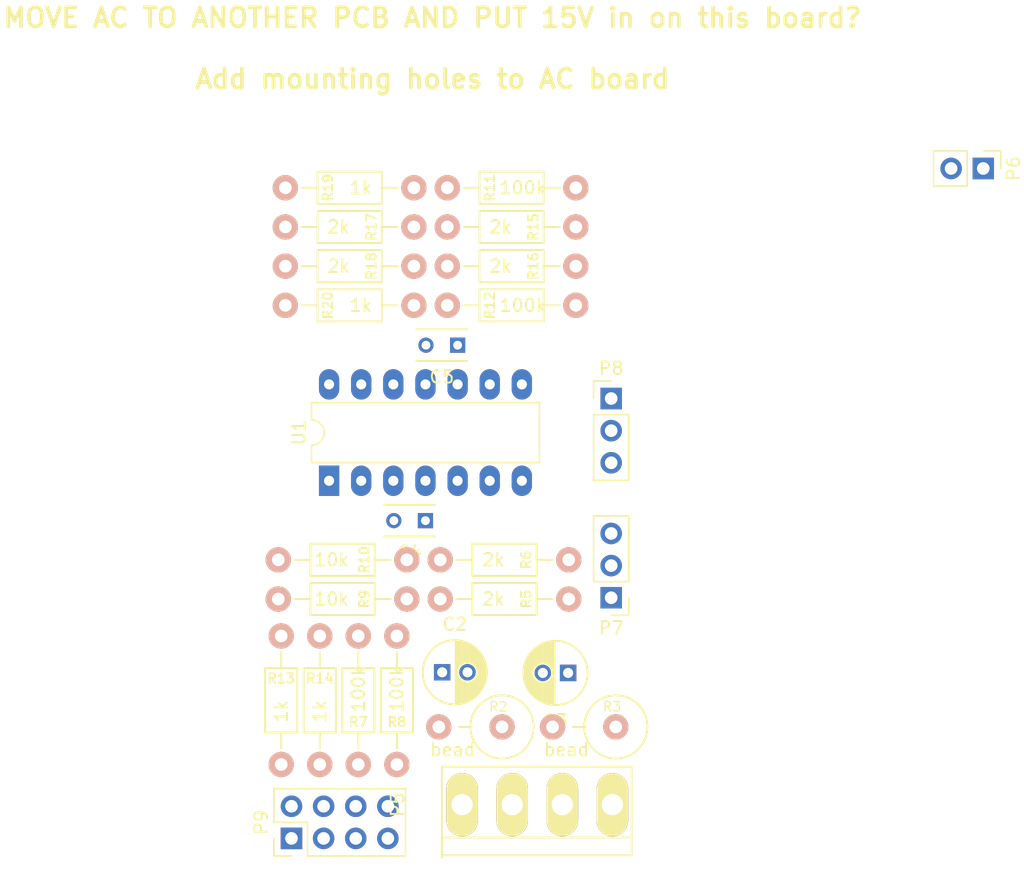
<source format=kicad_pcb>
(kicad_pcb (version 4) (host pcbnew 4.0.5-e0-6337~49~ubuntu16.04.1)

  (general
    (links 55)
    (no_connects 55)
    (area 0 0 0 0)
    (thickness 1.6)
    (drawings 1)
    (tracks 0)
    (zones 0)
    (modules 28)
    (nets 24)
  )

  (page A4)
  (layers
    (0 F.Cu signal)
    (31 B.Cu signal)
    (32 B.Adhes user)
    (33 F.Adhes user)
    (34 B.Paste user)
    (35 F.Paste user)
    (36 B.SilkS user)
    (37 F.SilkS user)
    (38 B.Mask user)
    (39 F.Mask user)
    (40 Dwgs.User user)
    (41 Cmts.User user)
    (42 Eco1.User user)
    (43 Eco2.User user)
    (44 Edge.Cuts user)
    (45 Margin user)
    (46 B.CrtYd user)
    (47 F.CrtYd user)
    (48 B.Fab user)
    (49 F.Fab user)
  )

  (setup
    (last_trace_width 0.25)
    (trace_clearance 0.2)
    (zone_clearance 0.508)
    (zone_45_only no)
    (trace_min 0.2)
    (segment_width 0.2)
    (edge_width 0.15)
    (via_size 0.6)
    (via_drill 0.4)
    (via_min_size 0.4)
    (via_min_drill 0.3)
    (uvia_size 0.3)
    (uvia_drill 0.1)
    (uvias_allowed no)
    (uvia_min_size 0.2)
    (uvia_min_drill 0.1)
    (pcb_text_width 0.3)
    (pcb_text_size 1.5 1.5)
    (mod_edge_width 0.15)
    (mod_text_size 1 1)
    (mod_text_width 0.15)
    (pad_size 3.50012 1.69926)
    (pad_drill 1.00076)
    (pad_to_mask_clearance 0.2)
    (aux_axis_origin 0 0)
    (visible_elements FFFFFF7F)
    (pcbplotparams
      (layerselection 0x00030_80000001)
      (usegerberextensions false)
      (excludeedgelayer true)
      (linewidth 0.100000)
      (plotframeref false)
      (viasonmask false)
      (mode 1)
      (useauxorigin false)
      (hpglpennumber 1)
      (hpglpenspeed 20)
      (hpglpendiameter 15)
      (hpglpenoverlay 2)
      (psnegative false)
      (psa4output false)
      (plotreference true)
      (plotvalue true)
      (plotinvisibletext false)
      (padsonsilk false)
      (subtractmaskfromsilk false)
      (outputformat 1)
      (mirror false)
      (drillshape 1)
      (scaleselection 1)
      (outputdirectory ""))
  )

  (net 0 "")
  (net 1 GND)
  (net 2 "Net-(P5-Pad1)")
  (net 3 "Net-(P5-Pad4)")
  (net 4 belaacout1)
  (net 5 belaacout2)
  (net 6 belaacin1)
  (net 7 belaacin2)
  (net 8 modularacout1)
  (net 9 modularacout2)
  (net 10 modularacin1)
  (net 11 modularacin2)
  (net 12 "Net-(R5-Pad1)")
  (net 13 "Net-(R10-Pad2)")
  (net 14 "Net-(R11-Pad2)")
  (net 15 "Net-(R12-Pad2)")
  (net 16 "Net-(R13-Pad2)")
  (net 17 "Net-(R10-Pad1)")
  (net 18 "Net-(R11-Pad1)")
  (net 19 "Net-(R12-Pad1)")
  (net 20 "Net-(R15-Pad1)")
  (net 21 "Net-(R16-Pad1)")
  (net 22 +15v)
  (net 23 -15v)

  (net_class Default "This is the default net class."
    (clearance 0.2)
    (trace_width 0.25)
    (via_dia 0.6)
    (via_drill 0.4)
    (uvia_dia 0.3)
    (uvia_drill 0.1)
    (add_net +15v)
    (add_net -15v)
    (add_net GND)
    (add_net "Net-(P5-Pad1)")
    (add_net "Net-(P5-Pad4)")
    (add_net "Net-(R10-Pad1)")
    (add_net "Net-(R10-Pad2)")
    (add_net "Net-(R11-Pad1)")
    (add_net "Net-(R11-Pad2)")
    (add_net "Net-(R12-Pad1)")
    (add_net "Net-(R12-Pad2)")
    (add_net "Net-(R13-Pad2)")
    (add_net "Net-(R15-Pad1)")
    (add_net "Net-(R16-Pad1)")
    (add_net "Net-(R5-Pad1)")
    (add_net belaacin1)
    (add_net belaacin2)
    (add_net belaacout1)
    (add_net belaacout2)
    (add_net modularacin1)
    (add_net modularacin2)
    (add_net modularacout1)
    (add_net modularacout2)
  )

  (module Capacitors_ThroughHole:C_Radial_D5_L11_P2 (layer F.Cu) (tedit 0) (tstamp 586C764F)
    (at 52.9336 158.4452)
    (descr "Radial Electrolytic Capacitor 5mm x Length 11mm, Pitch 2mm")
    (tags "Electrolytic Capacitor")
    (path /58726B86)
    (fp_text reference C2 (at 1 -3.8) (layer F.SilkS)
      (effects (font (size 1 1) (thickness 0.15)))
    )
    (fp_text value 10uF (at 1 3.8) (layer F.Fab)
      (effects (font (size 1 1) (thickness 0.15)))
    )
    (fp_line (start 1.075 -2.499) (end 1.075 2.499) (layer F.SilkS) (width 0.15))
    (fp_line (start 1.215 -2.491) (end 1.215 -0.154) (layer F.SilkS) (width 0.15))
    (fp_line (start 1.215 0.154) (end 1.215 2.491) (layer F.SilkS) (width 0.15))
    (fp_line (start 1.355 -2.475) (end 1.355 -0.473) (layer F.SilkS) (width 0.15))
    (fp_line (start 1.355 0.473) (end 1.355 2.475) (layer F.SilkS) (width 0.15))
    (fp_line (start 1.495 -2.451) (end 1.495 -0.62) (layer F.SilkS) (width 0.15))
    (fp_line (start 1.495 0.62) (end 1.495 2.451) (layer F.SilkS) (width 0.15))
    (fp_line (start 1.635 -2.418) (end 1.635 -0.712) (layer F.SilkS) (width 0.15))
    (fp_line (start 1.635 0.712) (end 1.635 2.418) (layer F.SilkS) (width 0.15))
    (fp_line (start 1.775 -2.377) (end 1.775 -0.768) (layer F.SilkS) (width 0.15))
    (fp_line (start 1.775 0.768) (end 1.775 2.377) (layer F.SilkS) (width 0.15))
    (fp_line (start 1.915 -2.327) (end 1.915 -0.795) (layer F.SilkS) (width 0.15))
    (fp_line (start 1.915 0.795) (end 1.915 2.327) (layer F.SilkS) (width 0.15))
    (fp_line (start 2.055 -2.266) (end 2.055 -0.798) (layer F.SilkS) (width 0.15))
    (fp_line (start 2.055 0.798) (end 2.055 2.266) (layer F.SilkS) (width 0.15))
    (fp_line (start 2.195 -2.196) (end 2.195 -0.776) (layer F.SilkS) (width 0.15))
    (fp_line (start 2.195 0.776) (end 2.195 2.196) (layer F.SilkS) (width 0.15))
    (fp_line (start 2.335 -2.114) (end 2.335 -0.726) (layer F.SilkS) (width 0.15))
    (fp_line (start 2.335 0.726) (end 2.335 2.114) (layer F.SilkS) (width 0.15))
    (fp_line (start 2.475 -2.019) (end 2.475 -0.644) (layer F.SilkS) (width 0.15))
    (fp_line (start 2.475 0.644) (end 2.475 2.019) (layer F.SilkS) (width 0.15))
    (fp_line (start 2.615 -1.908) (end 2.615 -0.512) (layer F.SilkS) (width 0.15))
    (fp_line (start 2.615 0.512) (end 2.615 1.908) (layer F.SilkS) (width 0.15))
    (fp_line (start 2.755 -1.78) (end 2.755 -0.265) (layer F.SilkS) (width 0.15))
    (fp_line (start 2.755 0.265) (end 2.755 1.78) (layer F.SilkS) (width 0.15))
    (fp_line (start 2.895 -1.631) (end 2.895 1.631) (layer F.SilkS) (width 0.15))
    (fp_line (start 3.035 -1.452) (end 3.035 1.452) (layer F.SilkS) (width 0.15))
    (fp_line (start 3.175 -1.233) (end 3.175 1.233) (layer F.SilkS) (width 0.15))
    (fp_line (start 3.315 -0.944) (end 3.315 0.944) (layer F.SilkS) (width 0.15))
    (fp_line (start 3.455 -0.472) (end 3.455 0.472) (layer F.SilkS) (width 0.15))
    (fp_circle (center 2 0) (end 2 -0.8) (layer F.SilkS) (width 0.15))
    (fp_circle (center 1 0) (end 1 -2.5375) (layer F.SilkS) (width 0.15))
    (fp_circle (center 1 0) (end 1 -2.8) (layer F.CrtYd) (width 0.05))
    (pad 1 thru_hole rect (at 0 0) (size 1.3 1.3) (drill 0.8) (layers *.Cu *.Mask)
      (net 22 +15v))
    (pad 2 thru_hole circle (at 2 0) (size 1.3 1.3) (drill 0.8) (layers *.Cu *.Mask)
      (net 1 GND))
    (model Capacitors_ThroughHole.3dshapes/C_Radial_D5_L11_P2.wrl
      (at (xyz 0 0 0))
      (scale (xyz 1 1 1))
      (rotate (xyz 0 0 0))
    )
  )

  (module Capacitors_ThroughHole:C_Radial_D5_L11_P2 (layer F.Cu) (tedit 0) (tstamp 586C7655)
    (at 62.8904 158.496 180)
    (descr "Radial Electrolytic Capacitor 5mm x Length 11mm, Pitch 2mm")
    (tags "Electrolytic Capacitor")
    (path /58726B7F)
    (fp_text reference C3 (at 1 -3.8 180) (layer F.SilkS)
      (effects (font (size 1 1) (thickness 0.15)))
    )
    (fp_text value 10uF (at 1 3.8 180) (layer F.Fab)
      (effects (font (size 1 1) (thickness 0.15)))
    )
    (fp_line (start 1.075 -2.499) (end 1.075 2.499) (layer F.SilkS) (width 0.15))
    (fp_line (start 1.215 -2.491) (end 1.215 -0.154) (layer F.SilkS) (width 0.15))
    (fp_line (start 1.215 0.154) (end 1.215 2.491) (layer F.SilkS) (width 0.15))
    (fp_line (start 1.355 -2.475) (end 1.355 -0.473) (layer F.SilkS) (width 0.15))
    (fp_line (start 1.355 0.473) (end 1.355 2.475) (layer F.SilkS) (width 0.15))
    (fp_line (start 1.495 -2.451) (end 1.495 -0.62) (layer F.SilkS) (width 0.15))
    (fp_line (start 1.495 0.62) (end 1.495 2.451) (layer F.SilkS) (width 0.15))
    (fp_line (start 1.635 -2.418) (end 1.635 -0.712) (layer F.SilkS) (width 0.15))
    (fp_line (start 1.635 0.712) (end 1.635 2.418) (layer F.SilkS) (width 0.15))
    (fp_line (start 1.775 -2.377) (end 1.775 -0.768) (layer F.SilkS) (width 0.15))
    (fp_line (start 1.775 0.768) (end 1.775 2.377) (layer F.SilkS) (width 0.15))
    (fp_line (start 1.915 -2.327) (end 1.915 -0.795) (layer F.SilkS) (width 0.15))
    (fp_line (start 1.915 0.795) (end 1.915 2.327) (layer F.SilkS) (width 0.15))
    (fp_line (start 2.055 -2.266) (end 2.055 -0.798) (layer F.SilkS) (width 0.15))
    (fp_line (start 2.055 0.798) (end 2.055 2.266) (layer F.SilkS) (width 0.15))
    (fp_line (start 2.195 -2.196) (end 2.195 -0.776) (layer F.SilkS) (width 0.15))
    (fp_line (start 2.195 0.776) (end 2.195 2.196) (layer F.SilkS) (width 0.15))
    (fp_line (start 2.335 -2.114) (end 2.335 -0.726) (layer F.SilkS) (width 0.15))
    (fp_line (start 2.335 0.726) (end 2.335 2.114) (layer F.SilkS) (width 0.15))
    (fp_line (start 2.475 -2.019) (end 2.475 -0.644) (layer F.SilkS) (width 0.15))
    (fp_line (start 2.475 0.644) (end 2.475 2.019) (layer F.SilkS) (width 0.15))
    (fp_line (start 2.615 -1.908) (end 2.615 -0.512) (layer F.SilkS) (width 0.15))
    (fp_line (start 2.615 0.512) (end 2.615 1.908) (layer F.SilkS) (width 0.15))
    (fp_line (start 2.755 -1.78) (end 2.755 -0.265) (layer F.SilkS) (width 0.15))
    (fp_line (start 2.755 0.265) (end 2.755 1.78) (layer F.SilkS) (width 0.15))
    (fp_line (start 2.895 -1.631) (end 2.895 1.631) (layer F.SilkS) (width 0.15))
    (fp_line (start 3.035 -1.452) (end 3.035 1.452) (layer F.SilkS) (width 0.15))
    (fp_line (start 3.175 -1.233) (end 3.175 1.233) (layer F.SilkS) (width 0.15))
    (fp_line (start 3.315 -0.944) (end 3.315 0.944) (layer F.SilkS) (width 0.15))
    (fp_line (start 3.455 -0.472) (end 3.455 0.472) (layer F.SilkS) (width 0.15))
    (fp_circle (center 2 0) (end 2 -0.8) (layer F.SilkS) (width 0.15))
    (fp_circle (center 1 0) (end 1 -2.5375) (layer F.SilkS) (width 0.15))
    (fp_circle (center 1 0) (end 1 -2.8) (layer F.CrtYd) (width 0.05))
    (pad 1 thru_hole rect (at 0 0 180) (size 1.3 1.3) (drill 0.8) (layers *.Cu *.Mask)
      (net 23 -15v))
    (pad 2 thru_hole circle (at 2 0 180) (size 1.3 1.3) (drill 0.8) (layers *.Cu *.Mask)
      (net 1 GND))
    (model Capacitors_ThroughHole.3dshapes/C_Radial_D5_L11_P2.wrl
      (at (xyz 0 0 0))
      (scale (xyz 1 1 1))
      (rotate (xyz 0 0 0))
    )
  )

  (module Capacitors_ThroughHole:C_Rect_L4_W2.5_P2.5 (layer F.Cu) (tedit 0) (tstamp 586C765B)
    (at 51.6128 146.4564 180)
    (descr "Film Capacitor Length 4mm x Width 2.5mm, Pitch 2.5mm")
    (tags Capacitor)
    (path /5871BD68)
    (fp_text reference C4 (at 1.25 -2.5 180) (layer F.SilkS)
      (effects (font (size 1 1) (thickness 0.15)))
    )
    (fp_text value 10n (at 1.25 2.5 180) (layer F.Fab)
      (effects (font (size 1 1) (thickness 0.15)))
    )
    (fp_line (start -1 -1.5) (end 3.5 -1.5) (layer F.CrtYd) (width 0.05))
    (fp_line (start 3.5 -1.5) (end 3.5 1.5) (layer F.CrtYd) (width 0.05))
    (fp_line (start 3.5 1.5) (end -1 1.5) (layer F.CrtYd) (width 0.05))
    (fp_line (start -1 1.5) (end -1 -1.5) (layer F.CrtYd) (width 0.05))
    (fp_line (start -0.75 -1.25) (end 3.25 -1.25) (layer F.SilkS) (width 0.15))
    (fp_line (start -0.75 1.25) (end 3.25 1.25) (layer F.SilkS) (width 0.15))
    (pad 1 thru_hole rect (at 0 0 180) (size 1.2 1.2) (drill 0.7) (layers *.Cu *.Mask)
      (net 22 +15v))
    (pad 2 thru_hole circle (at 2.5 0 180) (size 1.2 1.2) (drill 0.7) (layers *.Cu *.Mask)
      (net 1 GND))
  )

  (module Capacitors_ThroughHole:C_Rect_L4_W2.5_P2.5 (layer F.Cu) (tedit 0) (tstamp 586C7661)
    (at 54.1528 132.588 180)
    (descr "Film Capacitor Length 4mm x Width 2.5mm, Pitch 2.5mm")
    (tags Capacitor)
    (path /5871BD6F)
    (fp_text reference C5 (at 1.25 -2.5 180) (layer F.SilkS)
      (effects (font (size 1 1) (thickness 0.15)))
    )
    (fp_text value 10n (at 1.25 2.5 180) (layer F.Fab)
      (effects (font (size 1 1) (thickness 0.15)))
    )
    (fp_line (start -1 -1.5) (end 3.5 -1.5) (layer F.CrtYd) (width 0.05))
    (fp_line (start 3.5 -1.5) (end 3.5 1.5) (layer F.CrtYd) (width 0.05))
    (fp_line (start 3.5 1.5) (end -1 1.5) (layer F.CrtYd) (width 0.05))
    (fp_line (start -1 1.5) (end -1 -1.5) (layer F.CrtYd) (width 0.05))
    (fp_line (start -0.75 -1.25) (end 3.25 -1.25) (layer F.SilkS) (width 0.15))
    (fp_line (start -0.75 1.25) (end 3.25 1.25) (layer F.SilkS) (width 0.15))
    (pad 1 thru_hole rect (at 0 0 180) (size 1.2 1.2) (drill 0.7) (layers *.Cu *.Mask)
      (net 1 GND))
    (pad 2 thru_hole circle (at 2.5 0 180) (size 1.2 1.2) (drill 0.7) (layers *.Cu *.Mask)
      (net 23 -15v))
  )

  (module mta-156:MTA-156-4 (layer F.Cu) (tedit 58101980) (tstamp 586C7747)
    (at 54.5084 168.91 90)
    (descr MTA-156-4)
    (tags MTA-156-4)
    (path /58726B8D)
    (fp_text reference P5 (at 0 -5.1 90) (layer F.SilkS)
      (effects (font (size 1 1) (thickness 0.15)))
    )
    (fp_text value +/-15v (at 0 -3.1 90) (layer F.Fab)
      (effects (font (size 1 1) (thickness 0.15)))
    )
    (fp_line (start -4 -1.6) (end -4 13.4) (layer F.SilkS) (width 0.15))
    (fp_line (start -4.2 -1.6) (end -2.6 -1.6) (layer F.SilkS) (width 0.15))
    (fp_line (start -2.6 -1.6) (end -2.6 13.2) (layer F.SilkS) (width 0.15))
    (fp_line (start -4.2 -1.6) (end 3 -1.6) (layer F.SilkS) (width 0.15))
    (fp_line (start 3 -1.6) (end 3 13.4) (layer F.SilkS) (width 0.15))
    (fp_line (start 3 13.4) (end -4 13.4) (layer F.SilkS) (width 0.15))
    (fp_line (start 3.2 -1.8) (end -4.2 -1.8) (layer F.CrtYd) (width 0.15))
    (fp_line (start -4.2 -1.8) (end -4.2 13.4) (layer F.CrtYd) (width 0.15))
    (fp_line (start -4.2 13.6) (end 3.2 13.6) (layer F.CrtYd) (width 0.15))
    (fp_line (start 3.2 13.4) (end 3.2 -1.6) (layer F.CrtYd) (width 0.15))
    (fp_line (start -1.27 8.89) (end 1.27 8.89) (layer F.SilkS) (width 0.15))
    (pad 1 thru_hole oval (at 0 0 90) (size 5 2.5) (drill 1.68) (layers *.Cu *.Mask F.SilkS)
      (net 2 "Net-(P5-Pad1)"))
    (pad 2 thru_hole oval (at 0 3.96 90) (size 5 2.5) (drill 1.68) (layers *.Cu *.Mask F.SilkS)
      (net 1 GND))
    (pad 3 thru_hole oval (at 0 7.92 90) (size 5 2.5) (drill 1.68) (layers *.Cu *.Mask F.SilkS)
      (net 1 GND))
    (pad 4 thru_hole oval (at 0 11.88 90) (size 5 2.5) (drill 1.68) (layers *.Cu *.Mask F.SilkS)
      (net 3 "Net-(P5-Pad4)"))
    (model Pin_Headers.3dshapes/Pin_Header_Straight_1x04.wrl
      (at (xyz 0 -0.15 0))
      (scale (xyz 1 1 1))
      (rotate (xyz 0 0 90))
    )
  )

  (module Pin_Headers:Pin_Header_Straight_1x03_Pitch2.54mm (layer F.Cu) (tedit 5862ED52) (tstamp 586C7754)
    (at 66.294 152.5524 180)
    (descr "Through hole straight pin header, 1x03, 2.54mm pitch, single row")
    (tags "Through hole pin header THT 1x03 2.54mm single row")
    (path /58575363)
    (fp_text reference P7 (at 0 -2.39 180) (layer F.SilkS)
      (effects (font (size 1 1) (thickness 0.15)))
    )
    (fp_text value belaaudioout (at 0 7.47 180) (layer F.Fab)
      (effects (font (size 1 1) (thickness 0.15)))
    )
    (fp_line (start -1.27 -1.27) (end -1.27 6.35) (layer F.Fab) (width 0.1))
    (fp_line (start -1.27 6.35) (end 1.27 6.35) (layer F.Fab) (width 0.1))
    (fp_line (start 1.27 6.35) (end 1.27 -1.27) (layer F.Fab) (width 0.1))
    (fp_line (start 1.27 -1.27) (end -1.27 -1.27) (layer F.Fab) (width 0.1))
    (fp_line (start -1.39 1.27) (end -1.39 6.47) (layer F.SilkS) (width 0.12))
    (fp_line (start -1.39 6.47) (end 1.39 6.47) (layer F.SilkS) (width 0.12))
    (fp_line (start 1.39 6.47) (end 1.39 1.27) (layer F.SilkS) (width 0.12))
    (fp_line (start 1.39 1.27) (end -1.39 1.27) (layer F.SilkS) (width 0.12))
    (fp_line (start -1.39 0) (end -1.39 -1.39) (layer F.SilkS) (width 0.12))
    (fp_line (start -1.39 -1.39) (end 0 -1.39) (layer F.SilkS) (width 0.12))
    (fp_line (start -1.6 -1.6) (end -1.6 6.6) (layer F.CrtYd) (width 0.05))
    (fp_line (start -1.6 6.6) (end 1.6 6.6) (layer F.CrtYd) (width 0.05))
    (fp_line (start 1.6 6.6) (end 1.6 -1.6) (layer F.CrtYd) (width 0.05))
    (fp_line (start 1.6 -1.6) (end -1.6 -1.6) (layer F.CrtYd) (width 0.05))
    (pad 1 thru_hole rect (at 0 0 180) (size 1.7 1.7) (drill 1) (layers *.Cu *.Mask)
      (net 4 belaacout1))
    (pad 2 thru_hole oval (at 0 2.54 180) (size 1.7 1.7) (drill 1) (layers *.Cu *.Mask)
      (net 5 belaacout2))
    (pad 3 thru_hole oval (at 0 5.08 180) (size 1.7 1.7) (drill 1) (layers *.Cu *.Mask)
      (net 1 GND))
    (model Pin_Headers.3dshapes/Pin_Header_Straight_1x03_Pitch2.54mm.wrl
      (at (xyz 0 -0.1 0))
      (scale (xyz 1 1 1))
      (rotate (xyz 0 0 90))
    )
  )

  (module Pin_Headers:Pin_Header_Straight_1x03_Pitch2.54mm (layer F.Cu) (tedit 5862ED52) (tstamp 586C775B)
    (at 66.294 136.8044)
    (descr "Through hole straight pin header, 1x03, 2.54mm pitch, single row")
    (tags "Through hole pin header THT 1x03 2.54mm single row")
    (path /5857536A)
    (fp_text reference P8 (at 0 -2.39) (layer F.SilkS)
      (effects (font (size 1 1) (thickness 0.15)))
    )
    (fp_text value belaaudioin (at 0 7.47) (layer F.Fab)
      (effects (font (size 1 1) (thickness 0.15)))
    )
    (fp_line (start -1.27 -1.27) (end -1.27 6.35) (layer F.Fab) (width 0.1))
    (fp_line (start -1.27 6.35) (end 1.27 6.35) (layer F.Fab) (width 0.1))
    (fp_line (start 1.27 6.35) (end 1.27 -1.27) (layer F.Fab) (width 0.1))
    (fp_line (start 1.27 -1.27) (end -1.27 -1.27) (layer F.Fab) (width 0.1))
    (fp_line (start -1.39 1.27) (end -1.39 6.47) (layer F.SilkS) (width 0.12))
    (fp_line (start -1.39 6.47) (end 1.39 6.47) (layer F.SilkS) (width 0.12))
    (fp_line (start 1.39 6.47) (end 1.39 1.27) (layer F.SilkS) (width 0.12))
    (fp_line (start 1.39 1.27) (end -1.39 1.27) (layer F.SilkS) (width 0.12))
    (fp_line (start -1.39 0) (end -1.39 -1.39) (layer F.SilkS) (width 0.12))
    (fp_line (start -1.39 -1.39) (end 0 -1.39) (layer F.SilkS) (width 0.12))
    (fp_line (start -1.6 -1.6) (end -1.6 6.6) (layer F.CrtYd) (width 0.05))
    (fp_line (start -1.6 6.6) (end 1.6 6.6) (layer F.CrtYd) (width 0.05))
    (fp_line (start 1.6 6.6) (end 1.6 -1.6) (layer F.CrtYd) (width 0.05))
    (fp_line (start 1.6 -1.6) (end -1.6 -1.6) (layer F.CrtYd) (width 0.05))
    (pad 1 thru_hole rect (at 0 0) (size 1.7 1.7) (drill 1) (layers *.Cu *.Mask)
      (net 6 belaacin1))
    (pad 2 thru_hole oval (at 0 2.54) (size 1.7 1.7) (drill 1) (layers *.Cu *.Mask)
      (net 7 belaacin2))
    (pad 3 thru_hole oval (at 0 5.08) (size 1.7 1.7) (drill 1) (layers *.Cu *.Mask)
      (net 1 GND))
    (model Pin_Headers.3dshapes/Pin_Header_Straight_1x03_Pitch2.54mm.wrl
      (at (xyz 0 -0.1 0))
      (scale (xyz 1 1 1))
      (rotate (xyz 0 0 90))
    )
  )

  (module Pin_Headers:Pin_Header_Straight_2x04_Pitch2.54mm (layer F.Cu) (tedit 5862ED53) (tstamp 586C7767)
    (at 41.021 171.577 90)
    (descr "Through hole straight pin header, 2x04, 2.54mm pitch, double rows")
    (tags "Through hole pin header THT 2x04 2.54mm double row")
    (path /585765EB)
    (fp_text reference P9 (at 1.27 -2.39 90) (layer F.SilkS)
      (effects (font (size 1 1) (thickness 0.15)))
    )
    (fp_text value mod_ac-io (at 1.27 10.01 90) (layer F.Fab)
      (effects (font (size 1 1) (thickness 0.15)))
    )
    (fp_line (start -1.27 -1.27) (end -1.27 8.89) (layer F.Fab) (width 0.1))
    (fp_line (start -1.27 8.89) (end 3.81 8.89) (layer F.Fab) (width 0.1))
    (fp_line (start 3.81 8.89) (end 3.81 -1.27) (layer F.Fab) (width 0.1))
    (fp_line (start 3.81 -1.27) (end -1.27 -1.27) (layer F.Fab) (width 0.1))
    (fp_line (start -1.39 1.27) (end -1.39 9.01) (layer F.SilkS) (width 0.12))
    (fp_line (start -1.39 9.01) (end 3.93 9.01) (layer F.SilkS) (width 0.12))
    (fp_line (start 3.93 9.01) (end 3.93 -1.39) (layer F.SilkS) (width 0.12))
    (fp_line (start 3.93 -1.39) (end 1.27 -1.39) (layer F.SilkS) (width 0.12))
    (fp_line (start 1.27 -1.39) (end 1.27 1.27) (layer F.SilkS) (width 0.12))
    (fp_line (start 1.27 1.27) (end -1.39 1.27) (layer F.SilkS) (width 0.12))
    (fp_line (start -1.39 0) (end -1.39 -1.39) (layer F.SilkS) (width 0.12))
    (fp_line (start -1.39 -1.39) (end 0 -1.39) (layer F.SilkS) (width 0.12))
    (fp_line (start -1.6 -1.6) (end -1.6 9.2) (layer F.CrtYd) (width 0.05))
    (fp_line (start -1.6 9.2) (end 4.1 9.2) (layer F.CrtYd) (width 0.05))
    (fp_line (start 4.1 9.2) (end 4.1 -1.6) (layer F.CrtYd) (width 0.05))
    (fp_line (start 4.1 -1.6) (end -1.6 -1.6) (layer F.CrtYd) (width 0.05))
    (pad 1 thru_hole rect (at 0 0 90) (size 1.7 1.7) (drill 1) (layers *.Cu *.Mask)
      (net 8 modularacout1))
    (pad 2 thru_hole oval (at 2.54 0 90) (size 1.7 1.7) (drill 1) (layers *.Cu *.Mask)
      (net 1 GND))
    (pad 3 thru_hole oval (at 0 2.54 90) (size 1.7 1.7) (drill 1) (layers *.Cu *.Mask)
      (net 9 modularacout2))
    (pad 4 thru_hole oval (at 2.54 2.54 90) (size 1.7 1.7) (drill 1) (layers *.Cu *.Mask)
      (net 1 GND))
    (pad 5 thru_hole oval (at 0 5.08 90) (size 1.7 1.7) (drill 1) (layers *.Cu *.Mask)
      (net 10 modularacin1))
    (pad 6 thru_hole oval (at 2.54 5.08 90) (size 1.7 1.7) (drill 1) (layers *.Cu *.Mask)
      (net 1 GND))
    (pad 7 thru_hole oval (at 0 7.62 90) (size 1.7 1.7) (drill 1) (layers *.Cu *.Mask)
      (net 11 modularacin2))
    (pad 8 thru_hole oval (at 2.54 7.62 90) (size 1.7 1.7) (drill 1) (layers *.Cu *.Mask)
      (net 1 GND))
    (model Pin_Headers.3dshapes/Pin_Header_Straight_2x04_Pitch2.54mm.wrl
      (at (xyz 0.05 -0.15 0))
      (scale (xyz 1 1 1))
      (rotate (xyz 0 0 90))
    )
  )

  (module xnorman:Resistor_Vertical_RM5mm-xnor (layer F.Cu) (tedit 584D982A) (tstamp 586C77AE)
    (at 55.1688 162.7632 180)
    (descr "Resistor, Vertical, RM 5mm, 1/3W,")
    (tags "Resistor, Vertical, RM 5mm, 1/3W,")
    (path /58726B6B)
    (fp_text reference R2 (at -2.2 1.6 180) (layer F.SilkS)
      (effects (font (size 0.75 0.75) (thickness 0.1)))
    )
    (fp_text value bead (at 1.4 -1.8 180) (layer F.SilkS)
      (effects (font (size 1 1) (thickness 0.15)))
    )
    (fp_line (start -0.09906 0) (end 0.9017 0) (layer F.SilkS) (width 0.15))
    (fp_circle (center -2.49936 0) (end 0 0) (layer F.SilkS) (width 0.15))
    (pad 1 thru_hole circle (at -2.49936 0 180) (size 1.99898 1.99898) (drill 1.00076) (layers *.Cu *.SilkS *.Mask)
      (net 2 "Net-(P5-Pad1)"))
    (pad 2 thru_hole circle (at 2.5019 0 180) (size 1.99898 1.99898) (drill 1.00076) (layers *.Cu *.SilkS *.Mask)
      (net 22 +15v))
  )

  (module xnorman:Resistor_Vertical_RM5mm-xnor (layer F.Cu) (tedit 584D982A) (tstamp 586C77B4)
    (at 64.1604 162.7632 180)
    (descr "Resistor, Vertical, RM 5mm, 1/3W,")
    (tags "Resistor, Vertical, RM 5mm, 1/3W,")
    (path /58726B72)
    (fp_text reference R3 (at -2.2 1.6 180) (layer F.SilkS)
      (effects (font (size 0.75 0.75) (thickness 0.1)))
    )
    (fp_text value bead (at 1.4 -1.8 180) (layer F.SilkS)
      (effects (font (size 1 1) (thickness 0.15)))
    )
    (fp_line (start -0.09906 0) (end 0.9017 0) (layer F.SilkS) (width 0.15))
    (fp_circle (center -2.49936 0) (end 0 0) (layer F.SilkS) (width 0.15))
    (pad 1 thru_hole circle (at -2.49936 0 180) (size 1.99898 1.99898) (drill 1.00076) (layers *.Cu *.SilkS *.Mask)
      (net 23 -15v))
    (pad 2 thru_hole circle (at 2.5019 0 180) (size 1.99898 1.99898) (drill 1.00076) (layers *.Cu *.SilkS *.Mask)
      (net 3 "Net-(P5-Pad4)"))
  )

  (module xnorman:Resistor_Horizontal_RM10mm-xnorman (layer F.Cu) (tedit 584D9799) (tstamp 586C77C0)
    (at 52.7812 152.654)
    (descr "Resistor, Axial,  RM 10mm, 1/3W")
    (tags "Resistor Axial RM 10mm 1/3W")
    (path /58575378)
    (fp_text reference R5 (at 6.8 0 90) (layer F.SilkS)
      (effects (font (size 0.75 0.75) (thickness 0.15)))
    )
    (fp_text value 2k (at 4.2 0) (layer F.SilkS)
      (effects (font (size 1 1) (thickness 0.15)))
    )
    (fp_line (start -1.25 -1.5) (end 11.4 -1.5) (layer F.CrtYd) (width 0.05))
    (fp_line (start -1.25 1.5) (end -1.25 -1.5) (layer F.CrtYd) (width 0.05))
    (fp_line (start 11.4 -1.5) (end 11.4 1.5) (layer F.CrtYd) (width 0.05))
    (fp_line (start -1.25 1.5) (end 11.4 1.5) (layer F.CrtYd) (width 0.05))
    (fp_line (start 2.54 -1.27) (end 7.62 -1.27) (layer F.SilkS) (width 0.15))
    (fp_line (start 7.62 -1.27) (end 7.62 1.27) (layer F.SilkS) (width 0.15))
    (fp_line (start 7.62 1.27) (end 2.54 1.27) (layer F.SilkS) (width 0.15))
    (fp_line (start 2.54 1.27) (end 2.54 -1.27) (layer F.SilkS) (width 0.15))
    (fp_line (start 2.54 0) (end 1.27 0) (layer F.SilkS) (width 0.15))
    (fp_line (start 7.62 0) (end 8.89 0) (layer F.SilkS) (width 0.15))
    (pad 1 thru_hole circle (at 0 0) (size 1.99898 1.99898) (drill 1.00076) (layers *.Cu *.SilkS *.Mask)
      (net 12 "Net-(R5-Pad1)"))
    (pad 2 thru_hole circle (at 10.16 0) (size 1.99898 1.99898) (drill 1.00076) (layers *.Cu *.SilkS *.Mask)
      (net 4 belaacout1))
    (model Resistors_ThroughHole.3dshapes/Resistor_Horizontal_RM10mm.wrl
      (at (xyz 0.2 0 0))
      (scale (xyz 0.4 0.4 0.4))
      (rotate (xyz 0 0 0))
    )
  )

  (module xnorman:Resistor_Horizontal_RM10mm-xnorman (layer F.Cu) (tedit 584D9799) (tstamp 586C77C6)
    (at 52.7812 149.5552)
    (descr "Resistor, Axial,  RM 10mm, 1/3W")
    (tags "Resistor Axial RM 10mm 1/3W")
    (path /585753AE)
    (fp_text reference R6 (at 6.8 0 90) (layer F.SilkS)
      (effects (font (size 0.75 0.75) (thickness 0.15)))
    )
    (fp_text value 2k (at 4.2 0) (layer F.SilkS)
      (effects (font (size 1 1) (thickness 0.15)))
    )
    (fp_line (start -1.25 -1.5) (end 11.4 -1.5) (layer F.CrtYd) (width 0.05))
    (fp_line (start -1.25 1.5) (end -1.25 -1.5) (layer F.CrtYd) (width 0.05))
    (fp_line (start 11.4 -1.5) (end 11.4 1.5) (layer F.CrtYd) (width 0.05))
    (fp_line (start -1.25 1.5) (end 11.4 1.5) (layer F.CrtYd) (width 0.05))
    (fp_line (start 2.54 -1.27) (end 7.62 -1.27) (layer F.SilkS) (width 0.15))
    (fp_line (start 7.62 -1.27) (end 7.62 1.27) (layer F.SilkS) (width 0.15))
    (fp_line (start 7.62 1.27) (end 2.54 1.27) (layer F.SilkS) (width 0.15))
    (fp_line (start 2.54 1.27) (end 2.54 -1.27) (layer F.SilkS) (width 0.15))
    (fp_line (start 2.54 0) (end 1.27 0) (layer F.SilkS) (width 0.15))
    (fp_line (start 7.62 0) (end 8.89 0) (layer F.SilkS) (width 0.15))
    (pad 1 thru_hole circle (at 0 0) (size 1.99898 1.99898) (drill 1.00076) (layers *.Cu *.SilkS *.Mask)
      (net 13 "Net-(R10-Pad2)"))
    (pad 2 thru_hole circle (at 10.16 0) (size 1.99898 1.99898) (drill 1.00076) (layers *.Cu *.SilkS *.Mask)
      (net 5 belaacout2))
    (model Resistors_ThroughHole.3dshapes/Resistor_Horizontal_RM10mm.wrl
      (at (xyz 0.2 0 0))
      (scale (xyz 0.4 0.4 0.4))
      (rotate (xyz 0 0 0))
    )
  )

  (module xnorman:Resistor_Horizontal_RM10mm-xnorman (layer F.Cu) (tedit 584D9799) (tstamp 586C77CC)
    (at 46.3042 155.575 270)
    (descr "Resistor, Axial,  RM 10mm, 1/3W")
    (tags "Resistor Axial RM 10mm 1/3W")
    (path /585753E4)
    (fp_text reference R7 (at 6.8 0 360) (layer F.SilkS)
      (effects (font (size 0.75 0.75) (thickness 0.15)))
    )
    (fp_text value 100k (at 4.2 0 270) (layer F.SilkS)
      (effects (font (size 1 1) (thickness 0.15)))
    )
    (fp_line (start -1.25 -1.5) (end 11.4 -1.5) (layer F.CrtYd) (width 0.05))
    (fp_line (start -1.25 1.5) (end -1.25 -1.5) (layer F.CrtYd) (width 0.05))
    (fp_line (start 11.4 -1.5) (end 11.4 1.5) (layer F.CrtYd) (width 0.05))
    (fp_line (start -1.25 1.5) (end 11.4 1.5) (layer F.CrtYd) (width 0.05))
    (fp_line (start 2.54 -1.27) (end 7.62 -1.27) (layer F.SilkS) (width 0.15))
    (fp_line (start 7.62 -1.27) (end 7.62 1.27) (layer F.SilkS) (width 0.15))
    (fp_line (start 7.62 1.27) (end 2.54 1.27) (layer F.SilkS) (width 0.15))
    (fp_line (start 2.54 1.27) (end 2.54 -1.27) (layer F.SilkS) (width 0.15))
    (fp_line (start 2.54 0) (end 1.27 0) (layer F.SilkS) (width 0.15))
    (fp_line (start 7.62 0) (end 8.89 0) (layer F.SilkS) (width 0.15))
    (pad 1 thru_hole circle (at 0 0 270) (size 1.99898 1.99898) (drill 1.00076) (layers *.Cu *.SilkS *.Mask)
      (net 14 "Net-(R11-Pad2)"))
    (pad 2 thru_hole circle (at 10.16 0 270) (size 1.99898 1.99898) (drill 1.00076) (layers *.Cu *.SilkS *.Mask)
      (net 10 modularacin1))
    (model Resistors_ThroughHole.3dshapes/Resistor_Horizontal_RM10mm.wrl
      (at (xyz 0.2 0 0))
      (scale (xyz 0.4 0.4 0.4))
      (rotate (xyz 0 0 0))
    )
  )

  (module xnorman:Resistor_Horizontal_RM10mm-xnorman (layer F.Cu) (tedit 584D9799) (tstamp 586C77D2)
    (at 49.3522 155.575 270)
    (descr "Resistor, Axial,  RM 10mm, 1/3W")
    (tags "Resistor Axial RM 10mm 1/3W")
    (path /58575432)
    (fp_text reference R8 (at 6.8 0 360) (layer F.SilkS)
      (effects (font (size 0.75 0.75) (thickness 0.15)))
    )
    (fp_text value 100k (at 4.2 0 270) (layer F.SilkS)
      (effects (font (size 1 1) (thickness 0.15)))
    )
    (fp_line (start -1.25 -1.5) (end 11.4 -1.5) (layer F.CrtYd) (width 0.05))
    (fp_line (start -1.25 1.5) (end -1.25 -1.5) (layer F.CrtYd) (width 0.05))
    (fp_line (start 11.4 -1.5) (end 11.4 1.5) (layer F.CrtYd) (width 0.05))
    (fp_line (start -1.25 1.5) (end 11.4 1.5) (layer F.CrtYd) (width 0.05))
    (fp_line (start 2.54 -1.27) (end 7.62 -1.27) (layer F.SilkS) (width 0.15))
    (fp_line (start 7.62 -1.27) (end 7.62 1.27) (layer F.SilkS) (width 0.15))
    (fp_line (start 7.62 1.27) (end 2.54 1.27) (layer F.SilkS) (width 0.15))
    (fp_line (start 2.54 1.27) (end 2.54 -1.27) (layer F.SilkS) (width 0.15))
    (fp_line (start 2.54 0) (end 1.27 0) (layer F.SilkS) (width 0.15))
    (fp_line (start 7.62 0) (end 8.89 0) (layer F.SilkS) (width 0.15))
    (pad 1 thru_hole circle (at 0 0 270) (size 1.99898 1.99898) (drill 1.00076) (layers *.Cu *.SilkS *.Mask)
      (net 15 "Net-(R12-Pad2)"))
    (pad 2 thru_hole circle (at 10.16 0 270) (size 1.99898 1.99898) (drill 1.00076) (layers *.Cu *.SilkS *.Mask)
      (net 11 modularacin2))
    (model Resistors_ThroughHole.3dshapes/Resistor_Horizontal_RM10mm.wrl
      (at (xyz 0.2 0 0))
      (scale (xyz 0.4 0.4 0.4))
      (rotate (xyz 0 0 0))
    )
  )

  (module xnorman:Resistor_Horizontal_RM10mm-xnorman (layer F.Cu) (tedit 584D9799) (tstamp 586C77D8)
    (at 39.9796 152.654)
    (descr "Resistor, Axial,  RM 10mm, 1/3W")
    (tags "Resistor Axial RM 10mm 1/3W")
    (path /5857537F)
    (fp_text reference R9 (at 6.8 0 90) (layer F.SilkS)
      (effects (font (size 0.75 0.75) (thickness 0.15)))
    )
    (fp_text value 10k (at 4.2 0) (layer F.SilkS)
      (effects (font (size 1 1) (thickness 0.15)))
    )
    (fp_line (start -1.25 -1.5) (end 11.4 -1.5) (layer F.CrtYd) (width 0.05))
    (fp_line (start -1.25 1.5) (end -1.25 -1.5) (layer F.CrtYd) (width 0.05))
    (fp_line (start 11.4 -1.5) (end 11.4 1.5) (layer F.CrtYd) (width 0.05))
    (fp_line (start -1.25 1.5) (end 11.4 1.5) (layer F.CrtYd) (width 0.05))
    (fp_line (start 2.54 -1.27) (end 7.62 -1.27) (layer F.SilkS) (width 0.15))
    (fp_line (start 7.62 -1.27) (end 7.62 1.27) (layer F.SilkS) (width 0.15))
    (fp_line (start 7.62 1.27) (end 2.54 1.27) (layer F.SilkS) (width 0.15))
    (fp_line (start 2.54 1.27) (end 2.54 -1.27) (layer F.SilkS) (width 0.15))
    (fp_line (start 2.54 0) (end 1.27 0) (layer F.SilkS) (width 0.15))
    (fp_line (start 7.62 0) (end 8.89 0) (layer F.SilkS) (width 0.15))
    (pad 1 thru_hole circle (at 0 0) (size 1.99898 1.99898) (drill 1.00076) (layers *.Cu *.SilkS *.Mask)
      (net 16 "Net-(R13-Pad2)"))
    (pad 2 thru_hole circle (at 10.16 0) (size 1.99898 1.99898) (drill 1.00076) (layers *.Cu *.SilkS *.Mask)
      (net 12 "Net-(R5-Pad1)"))
    (model Resistors_ThroughHole.3dshapes/Resistor_Horizontal_RM10mm.wrl
      (at (xyz 0.2 0 0))
      (scale (xyz 0.4 0.4 0.4))
      (rotate (xyz 0 0 0))
    )
  )

  (module xnorman:Resistor_Horizontal_RM10mm-xnorman (layer F.Cu) (tedit 584D9799) (tstamp 586C77DE)
    (at 39.9796 149.5552)
    (descr "Resistor, Axial,  RM 10mm, 1/3W")
    (tags "Resistor Axial RM 10mm 1/3W")
    (path /585753B5)
    (fp_text reference R10 (at 6.8 0 90) (layer F.SilkS)
      (effects (font (size 0.75 0.75) (thickness 0.15)))
    )
    (fp_text value 10k (at 4.2 0) (layer F.SilkS)
      (effects (font (size 1 1) (thickness 0.15)))
    )
    (fp_line (start -1.25 -1.5) (end 11.4 -1.5) (layer F.CrtYd) (width 0.05))
    (fp_line (start -1.25 1.5) (end -1.25 -1.5) (layer F.CrtYd) (width 0.05))
    (fp_line (start 11.4 -1.5) (end 11.4 1.5) (layer F.CrtYd) (width 0.05))
    (fp_line (start -1.25 1.5) (end 11.4 1.5) (layer F.CrtYd) (width 0.05))
    (fp_line (start 2.54 -1.27) (end 7.62 -1.27) (layer F.SilkS) (width 0.15))
    (fp_line (start 7.62 -1.27) (end 7.62 1.27) (layer F.SilkS) (width 0.15))
    (fp_line (start 7.62 1.27) (end 2.54 1.27) (layer F.SilkS) (width 0.15))
    (fp_line (start 2.54 1.27) (end 2.54 -1.27) (layer F.SilkS) (width 0.15))
    (fp_line (start 2.54 0) (end 1.27 0) (layer F.SilkS) (width 0.15))
    (fp_line (start 7.62 0) (end 8.89 0) (layer F.SilkS) (width 0.15))
    (pad 1 thru_hole circle (at 0 0) (size 1.99898 1.99898) (drill 1.00076) (layers *.Cu *.SilkS *.Mask)
      (net 17 "Net-(R10-Pad1)"))
    (pad 2 thru_hole circle (at 10.16 0) (size 1.99898 1.99898) (drill 1.00076) (layers *.Cu *.SilkS *.Mask)
      (net 13 "Net-(R10-Pad2)"))
    (model Resistors_ThroughHole.3dshapes/Resistor_Horizontal_RM10mm.wrl
      (at (xyz 0.2 0 0))
      (scale (xyz 0.4 0.4 0.4))
      (rotate (xyz 0 0 0))
    )
  )

  (module xnorman:Resistor_Horizontal_RM10mm-xnorman (layer F.Cu) (tedit 584D9799) (tstamp 586C77E4)
    (at 63.5 120.142 180)
    (descr "Resistor, Axial,  RM 10mm, 1/3W")
    (tags "Resistor Axial RM 10mm 1/3W")
    (path /585753EB)
    (fp_text reference R11 (at 6.8 0 270) (layer F.SilkS)
      (effects (font (size 0.75 0.75) (thickness 0.15)))
    )
    (fp_text value 100k (at 4.2 0 180) (layer F.SilkS)
      (effects (font (size 1 1) (thickness 0.15)))
    )
    (fp_line (start -1.25 -1.5) (end 11.4 -1.5) (layer F.CrtYd) (width 0.05))
    (fp_line (start -1.25 1.5) (end -1.25 -1.5) (layer F.CrtYd) (width 0.05))
    (fp_line (start 11.4 -1.5) (end 11.4 1.5) (layer F.CrtYd) (width 0.05))
    (fp_line (start -1.25 1.5) (end 11.4 1.5) (layer F.CrtYd) (width 0.05))
    (fp_line (start 2.54 -1.27) (end 7.62 -1.27) (layer F.SilkS) (width 0.15))
    (fp_line (start 7.62 -1.27) (end 7.62 1.27) (layer F.SilkS) (width 0.15))
    (fp_line (start 7.62 1.27) (end 2.54 1.27) (layer F.SilkS) (width 0.15))
    (fp_line (start 2.54 1.27) (end 2.54 -1.27) (layer F.SilkS) (width 0.15))
    (fp_line (start 2.54 0) (end 1.27 0) (layer F.SilkS) (width 0.15))
    (fp_line (start 7.62 0) (end 8.89 0) (layer F.SilkS) (width 0.15))
    (pad 1 thru_hole circle (at 0 0 180) (size 1.99898 1.99898) (drill 1.00076) (layers *.Cu *.SilkS *.Mask)
      (net 18 "Net-(R11-Pad1)"))
    (pad 2 thru_hole circle (at 10.16 0 180) (size 1.99898 1.99898) (drill 1.00076) (layers *.Cu *.SilkS *.Mask)
      (net 14 "Net-(R11-Pad2)"))
    (model Resistors_ThroughHole.3dshapes/Resistor_Horizontal_RM10mm.wrl
      (at (xyz 0.2 0 0))
      (scale (xyz 0.4 0.4 0.4))
      (rotate (xyz 0 0 0))
    )
  )

  (module xnorman:Resistor_Horizontal_RM10mm-xnorman (layer F.Cu) (tedit 584D9799) (tstamp 586C77EA)
    (at 63.5 129.4384 180)
    (descr "Resistor, Axial,  RM 10mm, 1/3W")
    (tags "Resistor Axial RM 10mm 1/3W")
    (path /58575439)
    (fp_text reference R12 (at 6.8 0 270) (layer F.SilkS)
      (effects (font (size 0.75 0.75) (thickness 0.15)))
    )
    (fp_text value 100k (at 4.2 0 180) (layer F.SilkS)
      (effects (font (size 1 1) (thickness 0.15)))
    )
    (fp_line (start -1.25 -1.5) (end 11.4 -1.5) (layer F.CrtYd) (width 0.05))
    (fp_line (start -1.25 1.5) (end -1.25 -1.5) (layer F.CrtYd) (width 0.05))
    (fp_line (start 11.4 -1.5) (end 11.4 1.5) (layer F.CrtYd) (width 0.05))
    (fp_line (start -1.25 1.5) (end 11.4 1.5) (layer F.CrtYd) (width 0.05))
    (fp_line (start 2.54 -1.27) (end 7.62 -1.27) (layer F.SilkS) (width 0.15))
    (fp_line (start 7.62 -1.27) (end 7.62 1.27) (layer F.SilkS) (width 0.15))
    (fp_line (start 7.62 1.27) (end 2.54 1.27) (layer F.SilkS) (width 0.15))
    (fp_line (start 2.54 1.27) (end 2.54 -1.27) (layer F.SilkS) (width 0.15))
    (fp_line (start 2.54 0) (end 1.27 0) (layer F.SilkS) (width 0.15))
    (fp_line (start 7.62 0) (end 8.89 0) (layer F.SilkS) (width 0.15))
    (pad 1 thru_hole circle (at 0 0 180) (size 1.99898 1.99898) (drill 1.00076) (layers *.Cu *.SilkS *.Mask)
      (net 19 "Net-(R12-Pad1)"))
    (pad 2 thru_hole circle (at 10.16 0 180) (size 1.99898 1.99898) (drill 1.00076) (layers *.Cu *.SilkS *.Mask)
      (net 15 "Net-(R12-Pad2)"))
    (model Resistors_ThroughHole.3dshapes/Resistor_Horizontal_RM10mm.wrl
      (at (xyz 0.2 0 0))
      (scale (xyz 0.4 0.4 0.4))
      (rotate (xyz 0 0 0))
    )
  )

  (module xnorman:Resistor_Horizontal_RM10mm-xnorman (layer F.Cu) (tedit 584D9799) (tstamp 586C77F0)
    (at 40.2082 165.735 90)
    (descr "Resistor, Axial,  RM 10mm, 1/3W")
    (tags "Resistor Axial RM 10mm 1/3W")
    (path /5857539F)
    (fp_text reference R13 (at 6.8 0 180) (layer F.SilkS)
      (effects (font (size 0.75 0.75) (thickness 0.15)))
    )
    (fp_text value 1k (at 4.2 0 90) (layer F.SilkS)
      (effects (font (size 1 1) (thickness 0.15)))
    )
    (fp_line (start -1.25 -1.5) (end 11.4 -1.5) (layer F.CrtYd) (width 0.05))
    (fp_line (start -1.25 1.5) (end -1.25 -1.5) (layer F.CrtYd) (width 0.05))
    (fp_line (start 11.4 -1.5) (end 11.4 1.5) (layer F.CrtYd) (width 0.05))
    (fp_line (start -1.25 1.5) (end 11.4 1.5) (layer F.CrtYd) (width 0.05))
    (fp_line (start 2.54 -1.27) (end 7.62 -1.27) (layer F.SilkS) (width 0.15))
    (fp_line (start 7.62 -1.27) (end 7.62 1.27) (layer F.SilkS) (width 0.15))
    (fp_line (start 7.62 1.27) (end 2.54 1.27) (layer F.SilkS) (width 0.15))
    (fp_line (start 2.54 1.27) (end 2.54 -1.27) (layer F.SilkS) (width 0.15))
    (fp_line (start 2.54 0) (end 1.27 0) (layer F.SilkS) (width 0.15))
    (fp_line (start 7.62 0) (end 8.89 0) (layer F.SilkS) (width 0.15))
    (pad 1 thru_hole circle (at 0 0 90) (size 1.99898 1.99898) (drill 1.00076) (layers *.Cu *.SilkS *.Mask)
      (net 8 modularacout1))
    (pad 2 thru_hole circle (at 10.16 0 90) (size 1.99898 1.99898) (drill 1.00076) (layers *.Cu *.SilkS *.Mask)
      (net 16 "Net-(R13-Pad2)"))
    (model Resistors_ThroughHole.3dshapes/Resistor_Horizontal_RM10mm.wrl
      (at (xyz 0.2 0 0))
      (scale (xyz 0.4 0.4 0.4))
      (rotate (xyz 0 0 0))
    )
  )

  (module xnorman:Resistor_Horizontal_RM10mm-xnorman (layer F.Cu) (tedit 584D9799) (tstamp 586C77F6)
    (at 43.2562 165.735 90)
    (descr "Resistor, Axial,  RM 10mm, 1/3W")
    (tags "Resistor Axial RM 10mm 1/3W")
    (path /585753D5)
    (fp_text reference R14 (at 6.8 0 180) (layer F.SilkS)
      (effects (font (size 0.75 0.75) (thickness 0.15)))
    )
    (fp_text value 1k (at 4.2 0 90) (layer F.SilkS)
      (effects (font (size 1 1) (thickness 0.15)))
    )
    (fp_line (start -1.25 -1.5) (end 11.4 -1.5) (layer F.CrtYd) (width 0.05))
    (fp_line (start -1.25 1.5) (end -1.25 -1.5) (layer F.CrtYd) (width 0.05))
    (fp_line (start 11.4 -1.5) (end 11.4 1.5) (layer F.CrtYd) (width 0.05))
    (fp_line (start -1.25 1.5) (end 11.4 1.5) (layer F.CrtYd) (width 0.05))
    (fp_line (start 2.54 -1.27) (end 7.62 -1.27) (layer F.SilkS) (width 0.15))
    (fp_line (start 7.62 -1.27) (end 7.62 1.27) (layer F.SilkS) (width 0.15))
    (fp_line (start 7.62 1.27) (end 2.54 1.27) (layer F.SilkS) (width 0.15))
    (fp_line (start 2.54 1.27) (end 2.54 -1.27) (layer F.SilkS) (width 0.15))
    (fp_line (start 2.54 0) (end 1.27 0) (layer F.SilkS) (width 0.15))
    (fp_line (start 7.62 0) (end 8.89 0) (layer F.SilkS) (width 0.15))
    (pad 1 thru_hole circle (at 0 0 90) (size 1.99898 1.99898) (drill 1.00076) (layers *.Cu *.SilkS *.Mask)
      (net 9 modularacout2))
    (pad 2 thru_hole circle (at 10.16 0 90) (size 1.99898 1.99898) (drill 1.00076) (layers *.Cu *.SilkS *.Mask)
      (net 17 "Net-(R10-Pad1)"))
    (model Resistors_ThroughHole.3dshapes/Resistor_Horizontal_RM10mm.wrl
      (at (xyz 0.2 0 0))
      (scale (xyz 0.4 0.4 0.4))
      (rotate (xyz 0 0 0))
    )
  )

  (module xnorman:Resistor_Horizontal_RM10mm-xnorman (layer F.Cu) (tedit 584D9799) (tstamp 586C77FC)
    (at 53.34 123.2408)
    (descr "Resistor, Axial,  RM 10mm, 1/3W")
    (tags "Resistor Axial RM 10mm 1/3W")
    (path /5857540B)
    (fp_text reference R15 (at 6.8 0 90) (layer F.SilkS)
      (effects (font (size 0.75 0.75) (thickness 0.15)))
    )
    (fp_text value 2k (at 4.2 0) (layer F.SilkS)
      (effects (font (size 1 1) (thickness 0.15)))
    )
    (fp_line (start -1.25 -1.5) (end 11.4 -1.5) (layer F.CrtYd) (width 0.05))
    (fp_line (start -1.25 1.5) (end -1.25 -1.5) (layer F.CrtYd) (width 0.05))
    (fp_line (start 11.4 -1.5) (end 11.4 1.5) (layer F.CrtYd) (width 0.05))
    (fp_line (start -1.25 1.5) (end 11.4 1.5) (layer F.CrtYd) (width 0.05))
    (fp_line (start 2.54 -1.27) (end 7.62 -1.27) (layer F.SilkS) (width 0.15))
    (fp_line (start 7.62 -1.27) (end 7.62 1.27) (layer F.SilkS) (width 0.15))
    (fp_line (start 7.62 1.27) (end 2.54 1.27) (layer F.SilkS) (width 0.15))
    (fp_line (start 2.54 1.27) (end 2.54 -1.27) (layer F.SilkS) (width 0.15))
    (fp_line (start 2.54 0) (end 1.27 0) (layer F.SilkS) (width 0.15))
    (fp_line (start 7.62 0) (end 8.89 0) (layer F.SilkS) (width 0.15))
    (pad 1 thru_hole circle (at 0 0) (size 1.99898 1.99898) (drill 1.00076) (layers *.Cu *.SilkS *.Mask)
      (net 20 "Net-(R15-Pad1)"))
    (pad 2 thru_hole circle (at 10.16 0) (size 1.99898 1.99898) (drill 1.00076) (layers *.Cu *.SilkS *.Mask)
      (net 18 "Net-(R11-Pad1)"))
    (model Resistors_ThroughHole.3dshapes/Resistor_Horizontal_RM10mm.wrl
      (at (xyz 0.2 0 0))
      (scale (xyz 0.4 0.4 0.4))
      (rotate (xyz 0 0 0))
    )
  )

  (module xnorman:Resistor_Horizontal_RM10mm-xnorman (layer F.Cu) (tedit 584D9799) (tstamp 586C7802)
    (at 53.34 126.3396)
    (descr "Resistor, Axial,  RM 10mm, 1/3W")
    (tags "Resistor Axial RM 10mm 1/3W")
    (path /58575459)
    (fp_text reference R16 (at 6.8 0 90) (layer F.SilkS)
      (effects (font (size 0.75 0.75) (thickness 0.15)))
    )
    (fp_text value 2k (at 4.2 0) (layer F.SilkS)
      (effects (font (size 1 1) (thickness 0.15)))
    )
    (fp_line (start -1.25 -1.5) (end 11.4 -1.5) (layer F.CrtYd) (width 0.05))
    (fp_line (start -1.25 1.5) (end -1.25 -1.5) (layer F.CrtYd) (width 0.05))
    (fp_line (start 11.4 -1.5) (end 11.4 1.5) (layer F.CrtYd) (width 0.05))
    (fp_line (start -1.25 1.5) (end 11.4 1.5) (layer F.CrtYd) (width 0.05))
    (fp_line (start 2.54 -1.27) (end 7.62 -1.27) (layer F.SilkS) (width 0.15))
    (fp_line (start 7.62 -1.27) (end 7.62 1.27) (layer F.SilkS) (width 0.15))
    (fp_line (start 7.62 1.27) (end 2.54 1.27) (layer F.SilkS) (width 0.15))
    (fp_line (start 2.54 1.27) (end 2.54 -1.27) (layer F.SilkS) (width 0.15))
    (fp_line (start 2.54 0) (end 1.27 0) (layer F.SilkS) (width 0.15))
    (fp_line (start 7.62 0) (end 8.89 0) (layer F.SilkS) (width 0.15))
    (pad 1 thru_hole circle (at 0 0) (size 1.99898 1.99898) (drill 1.00076) (layers *.Cu *.SilkS *.Mask)
      (net 21 "Net-(R16-Pad1)"))
    (pad 2 thru_hole circle (at 10.16 0) (size 1.99898 1.99898) (drill 1.00076) (layers *.Cu *.SilkS *.Mask)
      (net 19 "Net-(R12-Pad1)"))
    (model Resistors_ThroughHole.3dshapes/Resistor_Horizontal_RM10mm.wrl
      (at (xyz 0.2 0 0))
      (scale (xyz 0.4 0.4 0.4))
      (rotate (xyz 0 0 0))
    )
  )

  (module xnorman:Resistor_Horizontal_RM10mm-xnorman (layer F.Cu) (tedit 584D9799) (tstamp 586C7808)
    (at 40.5384 123.2408)
    (descr "Resistor, Axial,  RM 10mm, 1/3W")
    (tags "Resistor Axial RM 10mm 1/3W")
    (path /58575412)
    (fp_text reference R17 (at 6.8 0 90) (layer F.SilkS)
      (effects (font (size 0.75 0.75) (thickness 0.15)))
    )
    (fp_text value 2k (at 4.2 0) (layer F.SilkS)
      (effects (font (size 1 1) (thickness 0.15)))
    )
    (fp_line (start -1.25 -1.5) (end 11.4 -1.5) (layer F.CrtYd) (width 0.05))
    (fp_line (start -1.25 1.5) (end -1.25 -1.5) (layer F.CrtYd) (width 0.05))
    (fp_line (start 11.4 -1.5) (end 11.4 1.5) (layer F.CrtYd) (width 0.05))
    (fp_line (start -1.25 1.5) (end 11.4 1.5) (layer F.CrtYd) (width 0.05))
    (fp_line (start 2.54 -1.27) (end 7.62 -1.27) (layer F.SilkS) (width 0.15))
    (fp_line (start 7.62 -1.27) (end 7.62 1.27) (layer F.SilkS) (width 0.15))
    (fp_line (start 7.62 1.27) (end 2.54 1.27) (layer F.SilkS) (width 0.15))
    (fp_line (start 2.54 1.27) (end 2.54 -1.27) (layer F.SilkS) (width 0.15))
    (fp_line (start 2.54 0) (end 1.27 0) (layer F.SilkS) (width 0.15))
    (fp_line (start 7.62 0) (end 8.89 0) (layer F.SilkS) (width 0.15))
    (pad 1 thru_hole circle (at 0 0) (size 1.99898 1.99898) (drill 1.00076) (layers *.Cu *.SilkS *.Mask)
      (net 6 belaacin1))
    (pad 2 thru_hole circle (at 10.16 0) (size 1.99898 1.99898) (drill 1.00076) (layers *.Cu *.SilkS *.Mask)
      (net 20 "Net-(R15-Pad1)"))
    (model Resistors_ThroughHole.3dshapes/Resistor_Horizontal_RM10mm.wrl
      (at (xyz 0.2 0 0))
      (scale (xyz 0.4 0.4 0.4))
      (rotate (xyz 0 0 0))
    )
  )

  (module xnorman:Resistor_Horizontal_RM10mm-xnorman (layer F.Cu) (tedit 584D9799) (tstamp 586C780E)
    (at 40.5384 126.3396)
    (descr "Resistor, Axial,  RM 10mm, 1/3W")
    (tags "Resistor Axial RM 10mm 1/3W")
    (path /58575460)
    (fp_text reference R18 (at 6.8 0 90) (layer F.SilkS)
      (effects (font (size 0.75 0.75) (thickness 0.15)))
    )
    (fp_text value 2k (at 4.2 0) (layer F.SilkS)
      (effects (font (size 1 1) (thickness 0.15)))
    )
    (fp_line (start -1.25 -1.5) (end 11.4 -1.5) (layer F.CrtYd) (width 0.05))
    (fp_line (start -1.25 1.5) (end -1.25 -1.5) (layer F.CrtYd) (width 0.05))
    (fp_line (start 11.4 -1.5) (end 11.4 1.5) (layer F.CrtYd) (width 0.05))
    (fp_line (start -1.25 1.5) (end 11.4 1.5) (layer F.CrtYd) (width 0.05))
    (fp_line (start 2.54 -1.27) (end 7.62 -1.27) (layer F.SilkS) (width 0.15))
    (fp_line (start 7.62 -1.27) (end 7.62 1.27) (layer F.SilkS) (width 0.15))
    (fp_line (start 7.62 1.27) (end 2.54 1.27) (layer F.SilkS) (width 0.15))
    (fp_line (start 2.54 1.27) (end 2.54 -1.27) (layer F.SilkS) (width 0.15))
    (fp_line (start 2.54 0) (end 1.27 0) (layer F.SilkS) (width 0.15))
    (fp_line (start 7.62 0) (end 8.89 0) (layer F.SilkS) (width 0.15))
    (pad 1 thru_hole circle (at 0 0) (size 1.99898 1.99898) (drill 1.00076) (layers *.Cu *.SilkS *.Mask)
      (net 7 belaacin2))
    (pad 2 thru_hole circle (at 10.16 0) (size 1.99898 1.99898) (drill 1.00076) (layers *.Cu *.SilkS *.Mask)
      (net 21 "Net-(R16-Pad1)"))
    (model Resistors_ThroughHole.3dshapes/Resistor_Horizontal_RM10mm.wrl
      (at (xyz 0.2 0 0))
      (scale (xyz 0.4 0.4 0.4))
      (rotate (xyz 0 0 0))
    )
  )

  (module xnorman:Resistor_Horizontal_RM10mm-xnorman (layer F.Cu) (tedit 584D9799) (tstamp 586C7814)
    (at 50.6984 120.142 180)
    (descr "Resistor, Axial,  RM 10mm, 1/3W")
    (tags "Resistor Axial RM 10mm 1/3W")
    (path /58575419)
    (fp_text reference R19 (at 6.8 0 270) (layer F.SilkS)
      (effects (font (size 0.75 0.75) (thickness 0.15)))
    )
    (fp_text value 1k (at 4.2 0 180) (layer F.SilkS)
      (effects (font (size 1 1) (thickness 0.15)))
    )
    (fp_line (start -1.25 -1.5) (end 11.4 -1.5) (layer F.CrtYd) (width 0.05))
    (fp_line (start -1.25 1.5) (end -1.25 -1.5) (layer F.CrtYd) (width 0.05))
    (fp_line (start 11.4 -1.5) (end 11.4 1.5) (layer F.CrtYd) (width 0.05))
    (fp_line (start -1.25 1.5) (end 11.4 1.5) (layer F.CrtYd) (width 0.05))
    (fp_line (start 2.54 -1.27) (end 7.62 -1.27) (layer F.SilkS) (width 0.15))
    (fp_line (start 7.62 -1.27) (end 7.62 1.27) (layer F.SilkS) (width 0.15))
    (fp_line (start 7.62 1.27) (end 2.54 1.27) (layer F.SilkS) (width 0.15))
    (fp_line (start 2.54 1.27) (end 2.54 -1.27) (layer F.SilkS) (width 0.15))
    (fp_line (start 2.54 0) (end 1.27 0) (layer F.SilkS) (width 0.15))
    (fp_line (start 7.62 0) (end 8.89 0) (layer F.SilkS) (width 0.15))
    (pad 1 thru_hole circle (at 0 0 180) (size 1.99898 1.99898) (drill 1.00076) (layers *.Cu *.SilkS *.Mask)
      (net 1 GND))
    (pad 2 thru_hole circle (at 10.16 0 180) (size 1.99898 1.99898) (drill 1.00076) (layers *.Cu *.SilkS *.Mask)
      (net 6 belaacin1))
    (model Resistors_ThroughHole.3dshapes/Resistor_Horizontal_RM10mm.wrl
      (at (xyz 0.2 0 0))
      (scale (xyz 0.4 0.4 0.4))
      (rotate (xyz 0 0 0))
    )
  )

  (module xnorman:Resistor_Horizontal_RM10mm-xnorman (layer F.Cu) (tedit 584D9799) (tstamp 586C781A)
    (at 50.6984 129.4384 180)
    (descr "Resistor, Axial,  RM 10mm, 1/3W")
    (tags "Resistor Axial RM 10mm 1/3W")
    (path /58575467)
    (fp_text reference R20 (at 6.8 0 270) (layer F.SilkS)
      (effects (font (size 0.75 0.75) (thickness 0.15)))
    )
    (fp_text value 1k (at 4.2 0 180) (layer F.SilkS)
      (effects (font (size 1 1) (thickness 0.15)))
    )
    (fp_line (start -1.25 -1.5) (end 11.4 -1.5) (layer F.CrtYd) (width 0.05))
    (fp_line (start -1.25 1.5) (end -1.25 -1.5) (layer F.CrtYd) (width 0.05))
    (fp_line (start 11.4 -1.5) (end 11.4 1.5) (layer F.CrtYd) (width 0.05))
    (fp_line (start -1.25 1.5) (end 11.4 1.5) (layer F.CrtYd) (width 0.05))
    (fp_line (start 2.54 -1.27) (end 7.62 -1.27) (layer F.SilkS) (width 0.15))
    (fp_line (start 7.62 -1.27) (end 7.62 1.27) (layer F.SilkS) (width 0.15))
    (fp_line (start 7.62 1.27) (end 2.54 1.27) (layer F.SilkS) (width 0.15))
    (fp_line (start 2.54 1.27) (end 2.54 -1.27) (layer F.SilkS) (width 0.15))
    (fp_line (start 2.54 0) (end 1.27 0) (layer F.SilkS) (width 0.15))
    (fp_line (start 7.62 0) (end 8.89 0) (layer F.SilkS) (width 0.15))
    (pad 1 thru_hole circle (at 0 0 180) (size 1.99898 1.99898) (drill 1.00076) (layers *.Cu *.SilkS *.Mask)
      (net 1 GND))
    (pad 2 thru_hole circle (at 10.16 0 180) (size 1.99898 1.99898) (drill 1.00076) (layers *.Cu *.SilkS *.Mask)
      (net 7 belaacin2))
    (model Resistors_ThroughHole.3dshapes/Resistor_Horizontal_RM10mm.wrl
      (at (xyz 0.2 0 0))
      (scale (xyz 0.4 0.4 0.4))
      (rotate (xyz 0 0 0))
    )
  )

  (module Housings_DIP:DIP-14_W7.62mm_LongPads (layer F.Cu) (tedit 586281B4) (tstamp 586C78A4)
    (at 43.9928 143.3068 90)
    (descr "14-lead dip package, row spacing 7.62 mm (300 mils), LongPads")
    (tags "DIL DIP PDIP 2.54mm 7.62mm 300mil LongPads")
    (path /58575371)
    (fp_text reference U1 (at 3.81 -2.39 90) (layer F.SilkS)
      (effects (font (size 1 1) (thickness 0.15)))
    )
    (fp_text value TL074 (at 3.81 17.63 90) (layer F.Fab)
      (effects (font (size 1 1) (thickness 0.15)))
    )
    (fp_arc (start 3.81 -1.39) (end 2.81 -1.39) (angle -180) (layer F.SilkS) (width 0.12))
    (fp_line (start 1.635 -1.27) (end 6.985 -1.27) (layer F.Fab) (width 0.1))
    (fp_line (start 6.985 -1.27) (end 6.985 16.51) (layer F.Fab) (width 0.1))
    (fp_line (start 6.985 16.51) (end 0.635 16.51) (layer F.Fab) (width 0.1))
    (fp_line (start 0.635 16.51) (end 0.635 -0.27) (layer F.Fab) (width 0.1))
    (fp_line (start 0.635 -0.27) (end 1.635 -1.27) (layer F.Fab) (width 0.1))
    (fp_line (start 2.81 -1.39) (end 1.44 -1.39) (layer F.SilkS) (width 0.12))
    (fp_line (start 1.44 -1.39) (end 1.44 16.63) (layer F.SilkS) (width 0.12))
    (fp_line (start 1.44 16.63) (end 6.18 16.63) (layer F.SilkS) (width 0.12))
    (fp_line (start 6.18 16.63) (end 6.18 -1.39) (layer F.SilkS) (width 0.12))
    (fp_line (start 6.18 -1.39) (end 4.81 -1.39) (layer F.SilkS) (width 0.12))
    (fp_line (start -1.5 -1.6) (end -1.5 16.8) (layer F.CrtYd) (width 0.05))
    (fp_line (start -1.5 16.8) (end 9.1 16.8) (layer F.CrtYd) (width 0.05))
    (fp_line (start 9.1 16.8) (end 9.1 -1.6) (layer F.CrtYd) (width 0.05))
    (fp_line (start 9.1 -1.6) (end -1.5 -1.6) (layer F.CrtYd) (width 0.05))
    (pad 1 thru_hole rect (at 0 0 90) (size 2.4 1.6) (drill 0.8) (layers *.Cu *.Mask)
      (net 16 "Net-(R13-Pad2)"))
    (pad 8 thru_hole oval (at 7.62 15.24 90) (size 2.4 1.6) (drill 0.8) (layers *.Cu *.Mask)
      (net 19 "Net-(R12-Pad1)"))
    (pad 2 thru_hole oval (at 0 2.54 90) (size 2.4 1.6) (drill 0.8) (layers *.Cu *.Mask)
      (net 12 "Net-(R5-Pad1)"))
    (pad 9 thru_hole oval (at 7.62 12.7 90) (size 2.4 1.6) (drill 0.8) (layers *.Cu *.Mask)
      (net 15 "Net-(R12-Pad2)"))
    (pad 3 thru_hole oval (at 0 5.08 90) (size 2.4 1.6) (drill 0.8) (layers *.Cu *.Mask)
      (net 1 GND))
    (pad 10 thru_hole oval (at 7.62 10.16 90) (size 2.4 1.6) (drill 0.8) (layers *.Cu *.Mask)
      (net 1 GND))
    (pad 4 thru_hole oval (at 0 7.62 90) (size 2.4 1.6) (drill 0.8) (layers *.Cu *.Mask)
      (net 22 +15v))
    (pad 11 thru_hole oval (at 7.62 7.62 90) (size 2.4 1.6) (drill 0.8) (layers *.Cu *.Mask)
      (net 23 -15v))
    (pad 5 thru_hole oval (at 0 10.16 90) (size 2.4 1.6) (drill 0.8) (layers *.Cu *.Mask)
      (net 1 GND))
    (pad 12 thru_hole oval (at 7.62 5.08 90) (size 2.4 1.6) (drill 0.8) (layers *.Cu *.Mask)
      (net 1 GND))
    (pad 6 thru_hole oval (at 0 12.7 90) (size 2.4 1.6) (drill 0.8) (layers *.Cu *.Mask)
      (net 13 "Net-(R10-Pad2)"))
    (pad 13 thru_hole oval (at 7.62 2.54 90) (size 2.4 1.6) (drill 0.8) (layers *.Cu *.Mask)
      (net 14 "Net-(R11-Pad2)"))
    (pad 7 thru_hole oval (at 0 15.24 90) (size 2.4 1.6) (drill 0.8) (layers *.Cu *.Mask)
      (net 17 "Net-(R10-Pad1)"))
    (pad 14 thru_hole oval (at 7.62 0 90) (size 2.4 1.6) (drill 0.8) (layers *.Cu *.Mask)
      (net 18 "Net-(R11-Pad1)"))
    (model Housings_DIP.3dshapes/DIP-14_W7.62mm_LongPads.wrl
      (at (xyz 0 0 0))
      (scale (xyz 1 1 1))
      (rotate (xyz 0 0 0))
    )
  )

  (module Pin_Headers:Pin_Header_Straight_1x02_Pitch2.54mm (layer F.Cu) (tedit 5862ED52) (tstamp 586DD0E2)
    (at 95.7072 118.618 270)
    (descr "Through hole straight pin header, 1x02, 2.54mm pitch, single row")
    (tags "Through hole pin header THT 1x02 2.54mm single row")
    (path /58726BA3)
    (fp_text reference P6 (at 0 -2.39 270) (layer F.SilkS)
      (effects (font (size 1 1) (thickness 0.15)))
    )
    (fp_text value 15v_out (at 0 4.93 270) (layer F.Fab)
      (effects (font (size 1 1) (thickness 0.15)))
    )
    (fp_line (start -1.27 -1.27) (end -1.27 3.81) (layer F.Fab) (width 0.1))
    (fp_line (start -1.27 3.81) (end 1.27 3.81) (layer F.Fab) (width 0.1))
    (fp_line (start 1.27 3.81) (end 1.27 -1.27) (layer F.Fab) (width 0.1))
    (fp_line (start 1.27 -1.27) (end -1.27 -1.27) (layer F.Fab) (width 0.1))
    (fp_line (start -1.39 1.27) (end -1.39 3.93) (layer F.SilkS) (width 0.12))
    (fp_line (start -1.39 3.93) (end 1.39 3.93) (layer F.SilkS) (width 0.12))
    (fp_line (start 1.39 3.93) (end 1.39 1.27) (layer F.SilkS) (width 0.12))
    (fp_line (start 1.39 1.27) (end -1.39 1.27) (layer F.SilkS) (width 0.12))
    (fp_line (start -1.39 0) (end -1.39 -1.39) (layer F.SilkS) (width 0.12))
    (fp_line (start -1.39 -1.39) (end 0 -1.39) (layer F.SilkS) (width 0.12))
    (fp_line (start -1.6 -1.6) (end -1.6 4.1) (layer F.CrtYd) (width 0.05))
    (fp_line (start -1.6 4.1) (end 1.6 4.1) (layer F.CrtYd) (width 0.05))
    (fp_line (start 1.6 4.1) (end 1.6 -1.6) (layer F.CrtYd) (width 0.05))
    (fp_line (start 1.6 -1.6) (end -1.6 -1.6) (layer F.CrtYd) (width 0.05))
    (pad 1 thru_hole rect (at 0 0 270) (size 1.7 1.7) (drill 1) (layers *.Cu *.Mask)
      (net 22 +15v))
    (pad 2 thru_hole oval (at 0 2.54 270) (size 1.7 1.7) (drill 1) (layers *.Cu *.Mask)
      (net 1 GND))
    (model Pin_Headers.3dshapes/Pin_Header_Straight_1x02_Pitch2.54mm.wrl
      (at (xyz 0 -0.05 0))
      (scale (xyz 1 1 1))
      (rotate (xyz 0 0 90))
    )
  )

  (gr_text "MOVE AC TO ANOTHER PCB AND PUT 15V in on this board?\n\nAdd mounting holes to AC board" (at 52.1716 109.1184) (layer F.SilkS)
    (effects (font (size 1.5 1.5) (thickness 0.3)))
  )

)

</source>
